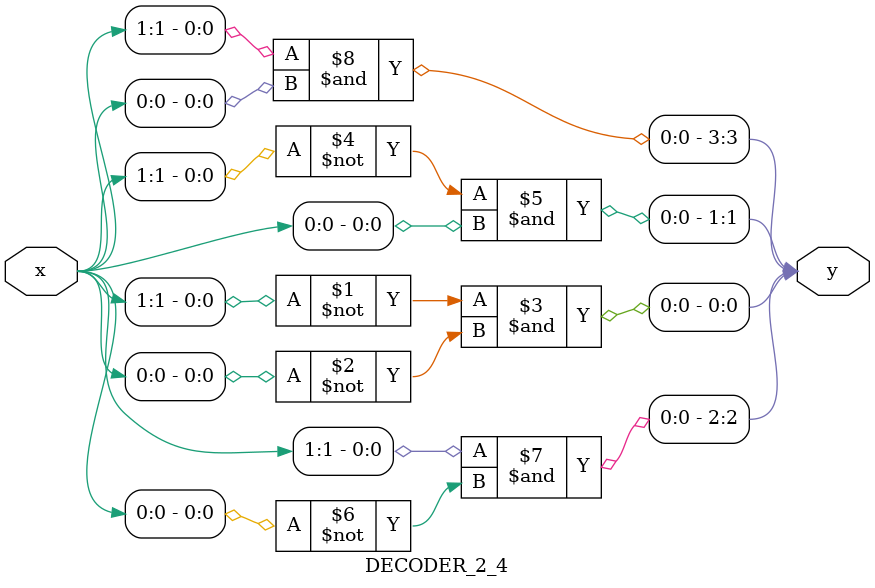
<source format=v>
`timescale 10ns / 1ps
module DECODER_2_4(
    input [1:0] x,
    output [3:0] y
    );
    assign y[0]=(~x[1])&(~x[0]);
    assign y[1]=(~x[1])&x[0];
    assign y[2]=x[1]&(~x[0]);
    assign y[3]=x[1]&x[0];
endmodule

</source>
